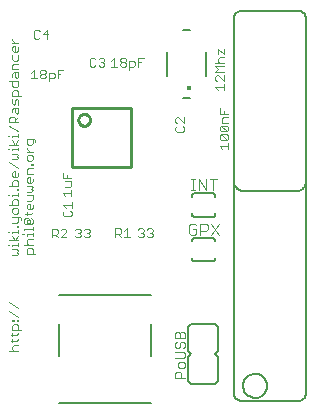
<source format=gto>
G75*
G70*
%OFA0B0*%
%FSLAX24Y24*%
%IPPOS*%
%LPD*%
%AMOC8*
5,1,8,0,0,1.08239X$1,22.5*
%
%ADD10C,0.0030*%
%ADD11C,0.0060*%
%ADD12C,0.0080*%
%ADD13C,0.0143*%
%ADD14C,0.0050*%
%ADD15C,0.0100*%
D10*
X000395Y001895D02*
X000685Y001895D01*
X000540Y001895D02*
X000492Y001943D01*
X000492Y002040D01*
X000540Y002088D01*
X000685Y002088D01*
X000637Y002238D02*
X000685Y002286D01*
X000637Y002238D02*
X000443Y002238D01*
X000492Y002190D02*
X000492Y002286D01*
X000492Y002386D02*
X000492Y002483D01*
X000443Y002434D02*
X000637Y002434D01*
X000685Y002483D01*
X000685Y002583D02*
X000685Y002728D01*
X000637Y002776D01*
X000540Y002776D01*
X000492Y002728D01*
X000492Y002583D01*
X000782Y002583D01*
X000685Y002877D02*
X000637Y002877D01*
X000637Y002926D01*
X000685Y002926D01*
X000685Y002877D01*
X000540Y002877D02*
X000492Y002877D01*
X000492Y002926D01*
X000540Y002926D01*
X000540Y002877D01*
X000685Y003024D02*
X000395Y003218D01*
X000395Y003513D02*
X000685Y003319D01*
X000637Y005087D02*
X000492Y005087D01*
X000637Y005087D02*
X000685Y005135D01*
X000637Y005184D01*
X000685Y005232D01*
X000637Y005281D01*
X000492Y005281D01*
X000492Y005382D02*
X000492Y005430D01*
X000685Y005430D01*
X000685Y005382D02*
X000685Y005478D01*
X000685Y005578D02*
X000395Y005578D01*
X000395Y005430D02*
X000346Y005430D01*
X000588Y005578D02*
X000492Y005723D01*
X000492Y005824D02*
X000492Y005872D01*
X000685Y005872D01*
X000685Y005824D02*
X000685Y005920D01*
X000685Y006020D02*
X000685Y006068D01*
X000637Y006068D01*
X000637Y006020D01*
X000685Y006020D01*
X000637Y006167D02*
X000685Y006216D01*
X000685Y006361D01*
X000733Y006361D02*
X000782Y006313D01*
X000782Y006264D01*
X000875Y006263D02*
X000875Y006167D01*
X000923Y006118D01*
X001117Y006118D01*
X001165Y006167D01*
X001165Y006263D01*
X001117Y006312D01*
X001068Y006263D02*
X000972Y006263D01*
X000972Y006167D01*
X001068Y006167D01*
X001068Y006263D01*
X001020Y006312D01*
X000923Y006312D01*
X000875Y006263D01*
X000972Y006413D02*
X000972Y006510D01*
X000923Y006461D02*
X001117Y006461D01*
X001165Y006510D01*
X001117Y006609D02*
X001020Y006609D01*
X000972Y006658D01*
X000972Y006755D01*
X001020Y006803D01*
X001068Y006803D01*
X001068Y006609D01*
X001117Y006609D02*
X001165Y006658D01*
X001165Y006755D01*
X001117Y006904D02*
X001165Y006952D01*
X001165Y007098D01*
X000972Y007098D01*
X000972Y007199D02*
X001117Y007199D01*
X001165Y007247D01*
X001117Y007295D01*
X001165Y007344D01*
X001117Y007392D01*
X000972Y007392D01*
X001020Y007493D02*
X000972Y007542D01*
X000972Y007639D01*
X001020Y007687D01*
X001068Y007687D01*
X001068Y007493D01*
X001020Y007493D02*
X001117Y007493D01*
X001165Y007542D01*
X001165Y007639D01*
X001165Y007788D02*
X000972Y007788D01*
X000972Y007933D01*
X001020Y007982D01*
X001165Y007982D01*
X001165Y008083D02*
X001117Y008083D01*
X001117Y008131D01*
X001165Y008131D01*
X001165Y008083D01*
X001117Y008230D02*
X001165Y008278D01*
X001165Y008375D01*
X001117Y008424D01*
X001020Y008424D01*
X000972Y008375D01*
X000972Y008278D01*
X001020Y008230D01*
X001117Y008230D01*
X001165Y008525D02*
X000972Y008525D01*
X001068Y008525D02*
X000972Y008621D01*
X000972Y008670D01*
X001020Y008770D02*
X001117Y008770D01*
X001165Y008819D01*
X001165Y008964D01*
X001213Y008964D02*
X000972Y008964D01*
X000972Y008819D01*
X001020Y008770D01*
X001213Y008964D02*
X001262Y008915D01*
X001262Y008867D01*
X000685Y008915D02*
X000588Y008770D01*
X000492Y008915D01*
X000492Y009016D02*
X000492Y009064D01*
X000685Y009064D01*
X000685Y009016D02*
X000685Y009112D01*
X000685Y009212D02*
X000395Y009406D01*
X000395Y009507D02*
X000395Y009652D01*
X000443Y009700D01*
X000540Y009700D01*
X000588Y009652D01*
X000588Y009507D01*
X000588Y009604D02*
X000685Y009700D01*
X000637Y009801D02*
X000588Y009850D01*
X000588Y009995D01*
X000540Y009995D02*
X000685Y009995D01*
X000685Y009850D01*
X000637Y009801D01*
X000492Y009850D02*
X000492Y009947D01*
X000540Y009995D01*
X000540Y010096D02*
X000492Y010145D01*
X000492Y010290D01*
X000492Y010391D02*
X000492Y010536D01*
X000540Y010584D01*
X000637Y010584D01*
X000685Y010536D01*
X000685Y010391D01*
X000782Y010391D02*
X000492Y010391D01*
X000637Y010290D02*
X000588Y010241D01*
X000588Y010145D01*
X000540Y010096D01*
X000685Y010096D02*
X000685Y010241D01*
X000637Y010290D01*
X000637Y010685D02*
X000540Y010685D01*
X000492Y010734D01*
X000492Y010879D01*
X000395Y010879D02*
X000685Y010879D01*
X000685Y010734D01*
X000637Y010685D01*
X000637Y010980D02*
X000588Y011028D01*
X000588Y011174D01*
X000540Y011174D02*
X000685Y011174D01*
X000685Y011028D01*
X000637Y010980D01*
X000492Y011028D02*
X000492Y011125D01*
X000540Y011174D01*
X000492Y011275D02*
X000492Y011420D01*
X000540Y011468D01*
X000685Y011468D01*
X000637Y011569D02*
X000685Y011618D01*
X000685Y011763D01*
X000637Y011864D02*
X000540Y011864D01*
X000492Y011912D01*
X000492Y012009D01*
X000540Y012058D01*
X000588Y012058D01*
X000588Y011864D01*
X000637Y011864D02*
X000685Y011912D01*
X000685Y012009D01*
X000685Y012159D02*
X000492Y012159D01*
X000588Y012159D02*
X000492Y012255D01*
X000492Y012304D01*
X000492Y011763D02*
X000492Y011618D01*
X000540Y011569D01*
X000637Y011569D01*
X000685Y011275D02*
X000492Y011275D01*
X001116Y011168D02*
X001213Y011265D01*
X001213Y010975D01*
X001116Y010975D02*
X001310Y010975D01*
X001411Y011023D02*
X001411Y011072D01*
X001459Y011120D01*
X001556Y011120D01*
X001605Y011072D01*
X001605Y011023D01*
X001556Y010975D01*
X001459Y010975D01*
X001411Y011023D01*
X001459Y011120D02*
X001411Y011168D01*
X001411Y011217D01*
X001459Y011265D01*
X001556Y011265D01*
X001605Y011217D01*
X001605Y011168D01*
X001556Y011120D01*
X001706Y011168D02*
X001706Y010878D01*
X001706Y010975D02*
X001851Y010975D01*
X001899Y011023D01*
X001899Y011120D01*
X001851Y011168D01*
X001706Y011168D01*
X002000Y011120D02*
X002097Y011120D01*
X002000Y010975D02*
X002000Y011265D01*
X002194Y011265D01*
X001645Y012300D02*
X001645Y012590D01*
X001500Y012445D01*
X001694Y012445D01*
X001399Y012348D02*
X001351Y012300D01*
X001254Y012300D01*
X001206Y012348D01*
X001206Y012542D01*
X001254Y012590D01*
X001351Y012590D01*
X001399Y012542D01*
X003070Y011612D02*
X003070Y011418D01*
X003118Y011370D01*
X003215Y011370D01*
X003263Y011418D01*
X003365Y011418D02*
X003413Y011370D01*
X003510Y011370D01*
X003558Y011418D01*
X003558Y011467D01*
X003510Y011515D01*
X003461Y011515D01*
X003510Y011515D02*
X003558Y011563D01*
X003558Y011612D01*
X003510Y011660D01*
X003413Y011660D01*
X003365Y011612D01*
X003263Y011612D02*
X003215Y011660D01*
X003118Y011660D01*
X003070Y011612D01*
X003795Y011563D02*
X003892Y011660D01*
X003892Y011370D01*
X003988Y011370D02*
X003795Y011370D01*
X004090Y011418D02*
X004090Y011467D01*
X004138Y011515D01*
X004235Y011515D01*
X004283Y011467D01*
X004283Y011418D01*
X004235Y011370D01*
X004138Y011370D01*
X004090Y011418D01*
X004138Y011515D02*
X004090Y011563D01*
X004090Y011612D01*
X004138Y011660D01*
X004235Y011660D01*
X004283Y011612D01*
X004283Y011563D01*
X004235Y011515D01*
X004384Y011563D02*
X004529Y011563D01*
X004578Y011515D01*
X004578Y011418D01*
X004529Y011370D01*
X004384Y011370D01*
X004384Y011273D02*
X004384Y011563D01*
X004679Y011515D02*
X004776Y011515D01*
X004872Y011660D02*
X004679Y011660D01*
X004679Y011370D01*
X005973Y009683D02*
X005925Y009635D01*
X005925Y009538D01*
X005973Y009490D01*
X005973Y009388D02*
X005925Y009340D01*
X005925Y009243D01*
X005973Y009195D01*
X006167Y009195D01*
X006215Y009243D01*
X006215Y009340D01*
X006167Y009388D01*
X006215Y009490D02*
X006022Y009683D01*
X005973Y009683D01*
X006215Y009683D02*
X006215Y009490D01*
X007354Y010597D02*
X007257Y010693D01*
X007548Y010693D01*
X007548Y010597D02*
X007548Y010790D01*
X007548Y010891D02*
X007354Y011085D01*
X007306Y011085D01*
X007257Y011037D01*
X007257Y010940D01*
X007306Y010891D01*
X007548Y010891D02*
X007548Y011085D01*
X007548Y011186D02*
X007257Y011186D01*
X007354Y011283D01*
X007257Y011380D01*
X007548Y011380D01*
X007548Y011481D02*
X007257Y011481D01*
X007354Y011529D02*
X007354Y011626D01*
X007402Y011674D01*
X007548Y011674D01*
X007548Y011775D02*
X007548Y011969D01*
X007354Y011969D02*
X007548Y011775D01*
X007354Y011775D02*
X007354Y011969D01*
X007354Y011529D02*
X007402Y011481D01*
X007400Y009992D02*
X007400Y009799D01*
X007690Y009799D01*
X007690Y009697D02*
X007545Y009697D01*
X007497Y009649D01*
X007497Y009504D01*
X007690Y009504D01*
X007642Y009403D02*
X007690Y009354D01*
X007690Y009258D01*
X007642Y009209D01*
X007448Y009403D01*
X007642Y009403D01*
X007642Y009209D02*
X007448Y009209D01*
X007400Y009258D01*
X007400Y009354D01*
X007448Y009403D01*
X007448Y009108D02*
X007642Y008915D01*
X007690Y008963D01*
X007690Y009060D01*
X007642Y009108D01*
X007448Y009108D01*
X007400Y009060D01*
X007400Y008963D01*
X007448Y008915D01*
X007642Y008915D01*
X007690Y008813D02*
X007690Y008620D01*
X007690Y008717D02*
X007400Y008717D01*
X007497Y008620D01*
X007318Y007628D02*
X007071Y007628D01*
X006950Y007628D02*
X006950Y007258D01*
X006703Y007628D01*
X006703Y007258D01*
X006581Y007258D02*
X006458Y007258D01*
X006519Y007258D02*
X006519Y007628D01*
X006458Y007628D02*
X006581Y007628D01*
X007195Y007628D02*
X007195Y007258D01*
X007119Y006140D02*
X007366Y005770D01*
X007119Y005770D02*
X007366Y006140D01*
X006998Y006079D02*
X006998Y005955D01*
X006936Y005893D01*
X006751Y005893D01*
X006751Y005770D02*
X006751Y006140D01*
X006936Y006140D01*
X006998Y006079D01*
X006629Y006079D02*
X006568Y006140D01*
X006444Y006140D01*
X006383Y006079D01*
X006383Y005832D01*
X006444Y005770D01*
X006568Y005770D01*
X006629Y005832D01*
X006629Y005955D01*
X006506Y005955D01*
X005169Y005929D02*
X005169Y005881D01*
X005120Y005833D01*
X005169Y005784D01*
X005169Y005736D01*
X005120Y005688D01*
X005024Y005688D01*
X004975Y005736D01*
X004874Y005736D02*
X004826Y005688D01*
X004729Y005688D01*
X004681Y005736D01*
X004777Y005833D02*
X004826Y005833D01*
X004874Y005784D01*
X004874Y005736D01*
X004826Y005833D02*
X004874Y005881D01*
X004874Y005929D01*
X004826Y005978D01*
X004729Y005978D01*
X004681Y005929D01*
X004419Y005688D02*
X004225Y005688D01*
X004322Y005688D02*
X004322Y005978D01*
X004225Y005881D01*
X004124Y005929D02*
X004124Y005833D01*
X004076Y005784D01*
X003931Y005784D01*
X004027Y005784D02*
X004124Y005688D01*
X003931Y005688D02*
X003931Y005978D01*
X004076Y005978D01*
X004124Y005929D01*
X004975Y005929D02*
X005024Y005978D01*
X005120Y005978D01*
X005169Y005929D01*
X005120Y005833D02*
X005072Y005833D01*
X003069Y005868D02*
X003020Y005820D01*
X003069Y005772D01*
X003069Y005723D01*
X003020Y005675D01*
X002924Y005675D01*
X002875Y005723D01*
X002774Y005723D02*
X002726Y005675D01*
X002629Y005675D01*
X002581Y005723D01*
X002677Y005820D02*
X002726Y005820D01*
X002774Y005772D01*
X002774Y005723D01*
X002726Y005820D02*
X002774Y005868D01*
X002774Y005917D01*
X002726Y005965D01*
X002629Y005965D01*
X002581Y005917D01*
X002294Y005917D02*
X002245Y005965D01*
X002149Y005965D01*
X002100Y005917D01*
X001999Y005917D02*
X001999Y005820D01*
X001951Y005772D01*
X001806Y005772D01*
X001902Y005772D02*
X001999Y005675D01*
X002100Y005675D02*
X002294Y005868D01*
X002294Y005917D01*
X002294Y005675D02*
X002100Y005675D01*
X001999Y005917D02*
X001951Y005965D01*
X001806Y005965D01*
X001806Y005675D01*
X001262Y005136D02*
X000972Y005136D01*
X000972Y005281D01*
X001020Y005330D01*
X001117Y005330D01*
X001165Y005281D01*
X001165Y005136D01*
X001165Y005431D02*
X000875Y005431D01*
X000972Y005479D02*
X000972Y005576D01*
X001020Y005624D01*
X001165Y005624D01*
X001165Y005725D02*
X001165Y005822D01*
X001165Y005774D02*
X000972Y005774D01*
X000972Y005725D01*
X000875Y005774D02*
X000826Y005774D01*
X000685Y005723D02*
X000588Y005578D01*
X000395Y005872D02*
X000346Y005872D01*
X000492Y006167D02*
X000637Y006167D01*
X000733Y006361D02*
X000492Y006361D01*
X000540Y006462D02*
X000492Y006510D01*
X000492Y006607D01*
X000540Y006656D01*
X000637Y006656D01*
X000685Y006607D01*
X000685Y006510D01*
X000637Y006462D01*
X000540Y006462D01*
X000492Y006757D02*
X000492Y006902D01*
X000540Y006950D01*
X000637Y006950D01*
X000685Y006902D01*
X000685Y006757D01*
X000395Y006757D01*
X000492Y007051D02*
X000492Y007100D01*
X000685Y007100D01*
X000685Y007148D02*
X000685Y007051D01*
X000685Y007248D02*
X000685Y007296D01*
X000637Y007296D01*
X000637Y007248D01*
X000685Y007248D01*
X000685Y007395D02*
X000685Y007540D01*
X000637Y007589D01*
X000540Y007589D01*
X000492Y007540D01*
X000492Y007395D01*
X000395Y007395D02*
X000685Y007395D01*
X000637Y007690D02*
X000540Y007690D01*
X000492Y007738D01*
X000492Y007835D01*
X000540Y007883D01*
X000588Y007883D01*
X000588Y007690D01*
X000637Y007690D02*
X000685Y007738D01*
X000685Y007835D01*
X000685Y007984D02*
X000395Y008178D01*
X000492Y008279D02*
X000637Y008279D01*
X000685Y008327D01*
X000637Y008376D01*
X000685Y008424D01*
X000637Y008473D01*
X000492Y008473D01*
X000492Y008574D02*
X000492Y008622D01*
X000685Y008622D01*
X000685Y008574D02*
X000685Y008671D01*
X000685Y008770D02*
X000395Y008770D01*
X000395Y008622D02*
X000346Y008622D01*
X000346Y009064D02*
X000395Y009064D01*
X000395Y009507D02*
X000685Y009507D01*
X002165Y007838D02*
X002165Y007644D01*
X002455Y007644D01*
X002455Y007543D02*
X002262Y007543D01*
X002310Y007644D02*
X002310Y007741D01*
X002455Y007543D02*
X002455Y007398D01*
X002407Y007349D01*
X002262Y007349D01*
X002165Y007152D02*
X002455Y007152D01*
X002455Y007248D02*
X002455Y007055D01*
X002468Y006863D02*
X002468Y006669D01*
X002468Y006766D02*
X002178Y006766D01*
X002274Y006669D01*
X002226Y006568D02*
X002178Y006520D01*
X002178Y006423D01*
X002226Y006374D01*
X002419Y006374D01*
X002468Y006423D01*
X002468Y006520D01*
X002419Y006568D01*
X002262Y007055D02*
X002165Y007152D01*
X002924Y005965D02*
X003020Y005965D01*
X003069Y005917D01*
X003069Y005868D01*
X003020Y005820D02*
X002972Y005820D01*
X002875Y005917D02*
X002924Y005965D01*
X001165Y005970D02*
X000875Y005970D01*
X000875Y005922D01*
X001165Y005922D02*
X001165Y006019D01*
X000972Y005479D02*
X001020Y005431D01*
X000972Y006904D02*
X001117Y006904D01*
X000395Y007100D02*
X000346Y007100D01*
X005910Y002474D02*
X005910Y002308D01*
X006240Y002308D01*
X006240Y002474D01*
X006185Y002529D01*
X006130Y002529D01*
X006075Y002474D01*
X006075Y002308D01*
X006130Y002197D02*
X006185Y002197D01*
X006240Y002142D01*
X006240Y002032D01*
X006185Y001977D01*
X006185Y001866D02*
X005910Y001866D01*
X005965Y001977D02*
X006020Y001977D01*
X006075Y002032D01*
X006075Y002142D01*
X006130Y002197D01*
X005965Y002197D02*
X005910Y002142D01*
X005910Y002032D01*
X005965Y001977D01*
X006185Y001866D02*
X006240Y001811D01*
X006240Y001701D01*
X006185Y001645D01*
X005910Y001645D01*
X006075Y001534D02*
X006020Y001479D01*
X006020Y001369D01*
X006075Y001314D01*
X006185Y001314D01*
X006240Y001369D01*
X006240Y001479D01*
X006185Y001534D01*
X006075Y001534D01*
X006075Y001203D02*
X005965Y001203D01*
X005910Y001148D01*
X005910Y000983D01*
X006240Y000983D01*
X006130Y000983D02*
X006130Y001148D01*
X006075Y001203D01*
X006075Y002474D02*
X006020Y002529D01*
X005965Y002529D01*
X005910Y002474D01*
X007545Y009799D02*
X007545Y009895D01*
D11*
X007880Y007530D02*
X007882Y007496D01*
X007888Y007463D01*
X007897Y007431D01*
X007910Y007400D01*
X007926Y007370D01*
X007945Y007343D01*
X007968Y007318D01*
X007993Y007295D01*
X008020Y007276D01*
X008050Y007260D01*
X008081Y007247D01*
X008113Y007238D01*
X008146Y007232D01*
X008180Y007230D01*
X009980Y007230D01*
X010014Y007232D01*
X010047Y007238D01*
X010079Y007247D01*
X010110Y007260D01*
X010140Y007276D01*
X010167Y007295D01*
X010192Y007318D01*
X010215Y007343D01*
X010234Y007370D01*
X010250Y007400D01*
X010263Y007431D01*
X010272Y007463D01*
X010278Y007496D01*
X010280Y007530D01*
X007255Y002780D02*
X006455Y002780D01*
X006355Y002680D01*
X006355Y001880D01*
X006455Y001780D01*
X006355Y001680D01*
X006355Y000880D01*
X006455Y000780D01*
X007255Y000780D01*
X007355Y000880D01*
X007355Y001680D01*
X007255Y001780D01*
X007355Y001880D01*
X007355Y002680D01*
X007255Y002780D01*
X007880Y000480D02*
X007880Y012980D01*
X007882Y013010D01*
X007887Y013040D01*
X007896Y013069D01*
X007909Y013096D01*
X007924Y013122D01*
X007943Y013146D01*
X007964Y013167D01*
X007988Y013186D01*
X008014Y013201D01*
X008041Y013214D01*
X008070Y013223D01*
X008100Y013228D01*
X008130Y013230D01*
X010030Y013230D01*
X010060Y013228D01*
X010090Y013223D01*
X010119Y013214D01*
X010146Y013201D01*
X010172Y013186D01*
X010196Y013167D01*
X010217Y013146D01*
X010236Y013122D01*
X010251Y013096D01*
X010264Y013069D01*
X010273Y013040D01*
X010278Y013010D01*
X010280Y012980D01*
X010280Y000480D01*
X010278Y000450D01*
X010273Y000420D01*
X010264Y000391D01*
X010251Y000364D01*
X010236Y000338D01*
X010217Y000314D01*
X010196Y000293D01*
X010172Y000274D01*
X010146Y000259D01*
X010119Y000246D01*
X010090Y000237D01*
X010060Y000232D01*
X010030Y000230D01*
X008130Y000230D01*
X008100Y000232D01*
X008070Y000237D01*
X008041Y000246D01*
X008014Y000259D01*
X007988Y000274D01*
X007964Y000293D01*
X007943Y000314D01*
X007924Y000338D01*
X007909Y000364D01*
X007896Y000391D01*
X007887Y000420D01*
X007882Y000450D01*
X007880Y000480D01*
D12*
X007182Y004874D02*
X006553Y004874D01*
X006552Y004874D02*
X006536Y004879D01*
X006520Y004887D01*
X006506Y004897D01*
X006494Y004909D01*
X006484Y004924D01*
X006477Y004940D01*
X006473Y004957D01*
X006472Y004974D01*
X006474Y004992D01*
X006474Y005543D02*
X006472Y005561D01*
X006473Y005578D01*
X006477Y005595D01*
X006484Y005611D01*
X006494Y005626D01*
X006506Y005638D01*
X006520Y005648D01*
X006536Y005656D01*
X006552Y005661D01*
X006553Y005661D02*
X007182Y005661D01*
X007183Y005661D02*
X007199Y005656D01*
X007215Y005648D01*
X007229Y005638D01*
X007241Y005626D01*
X007251Y005611D01*
X007258Y005595D01*
X007262Y005578D01*
X007263Y005561D01*
X007261Y005543D01*
X007261Y004992D02*
X007263Y004974D01*
X007262Y004957D01*
X007258Y004940D01*
X007251Y004924D01*
X007241Y004909D01*
X007229Y004897D01*
X007215Y004887D01*
X007199Y004879D01*
X007183Y004874D01*
X007182Y006361D02*
X006553Y006361D01*
X006552Y006362D02*
X006536Y006367D01*
X006520Y006375D01*
X006506Y006385D01*
X006494Y006397D01*
X006484Y006412D01*
X006477Y006428D01*
X006473Y006445D01*
X006472Y006462D01*
X006474Y006480D01*
X006474Y007030D02*
X006472Y007048D01*
X006473Y007065D01*
X006477Y007082D01*
X006484Y007098D01*
X006494Y007113D01*
X006506Y007125D01*
X006520Y007135D01*
X006536Y007143D01*
X006552Y007148D01*
X006553Y007149D02*
X007182Y007149D01*
X007183Y007148D02*
X007199Y007143D01*
X007215Y007135D01*
X007229Y007125D01*
X007241Y007113D01*
X007251Y007098D01*
X007258Y007082D01*
X007262Y007065D01*
X007263Y007048D01*
X007261Y007030D01*
X007261Y006480D02*
X007263Y006462D01*
X007262Y006445D01*
X007258Y006428D01*
X007251Y006412D01*
X007241Y006397D01*
X007229Y006385D01*
X007215Y006375D01*
X007199Y006367D01*
X007183Y006362D01*
X006411Y010313D02*
X006174Y010313D01*
X005643Y011042D02*
X005643Y011868D01*
X006174Y012597D02*
X006411Y012597D01*
X006942Y011868D02*
X006942Y011042D01*
D13*
X006371Y010648D03*
D14*
X005115Y003766D02*
X002045Y003766D01*
X002320Y003766D02*
X002753Y003766D01*
X002045Y002782D02*
X002045Y001719D01*
X002045Y000144D02*
X005115Y000144D01*
X005115Y001719D02*
X005115Y002782D01*
X004840Y003766D02*
X004407Y003766D01*
X008180Y000730D02*
X008182Y000770D01*
X008188Y000809D01*
X008198Y000848D01*
X008211Y000885D01*
X008229Y000921D01*
X008250Y000955D01*
X008274Y000987D01*
X008301Y001016D01*
X008331Y001043D01*
X008363Y001066D01*
X008398Y001086D01*
X008434Y001102D01*
X008472Y001115D01*
X008511Y001124D01*
X008550Y001129D01*
X008590Y001130D01*
X008630Y001127D01*
X008669Y001120D01*
X008707Y001109D01*
X008745Y001095D01*
X008780Y001076D01*
X008813Y001055D01*
X008845Y001030D01*
X008873Y001002D01*
X008899Y000972D01*
X008921Y000939D01*
X008940Y000904D01*
X008956Y000867D01*
X008968Y000829D01*
X008976Y000790D01*
X008980Y000750D01*
X008980Y000710D01*
X008976Y000670D01*
X008968Y000631D01*
X008956Y000593D01*
X008940Y000556D01*
X008921Y000521D01*
X008899Y000488D01*
X008873Y000458D01*
X008845Y000430D01*
X008813Y000405D01*
X008780Y000384D01*
X008745Y000365D01*
X008707Y000351D01*
X008669Y000340D01*
X008630Y000333D01*
X008590Y000330D01*
X008550Y000331D01*
X008511Y000336D01*
X008472Y000345D01*
X008434Y000358D01*
X008398Y000374D01*
X008363Y000394D01*
X008331Y000417D01*
X008301Y000444D01*
X008274Y000473D01*
X008250Y000505D01*
X008229Y000539D01*
X008211Y000575D01*
X008198Y000612D01*
X008188Y000651D01*
X008182Y000690D01*
X008180Y000730D01*
D15*
X004464Y008021D02*
X002496Y008021D01*
X002496Y009989D01*
X004464Y009989D01*
X004464Y008021D01*
X002692Y009596D02*
X002694Y009623D01*
X002700Y009650D01*
X002709Y009676D01*
X002722Y009700D01*
X002738Y009723D01*
X002757Y009742D01*
X002779Y009759D01*
X002803Y009773D01*
X002828Y009783D01*
X002855Y009790D01*
X002882Y009793D01*
X002910Y009792D01*
X002937Y009787D01*
X002963Y009779D01*
X002987Y009767D01*
X003010Y009751D01*
X003031Y009733D01*
X003048Y009712D01*
X003063Y009688D01*
X003074Y009663D01*
X003082Y009637D01*
X003086Y009610D01*
X003086Y009582D01*
X003082Y009555D01*
X003074Y009529D01*
X003063Y009504D01*
X003048Y009480D01*
X003031Y009459D01*
X003010Y009441D01*
X002988Y009425D01*
X002963Y009413D01*
X002937Y009405D01*
X002910Y009400D01*
X002882Y009399D01*
X002855Y009402D01*
X002828Y009409D01*
X002803Y009419D01*
X002779Y009433D01*
X002757Y009450D01*
X002738Y009469D01*
X002722Y009492D01*
X002709Y009516D01*
X002700Y009542D01*
X002694Y009569D01*
X002692Y009596D01*
M02*

</source>
